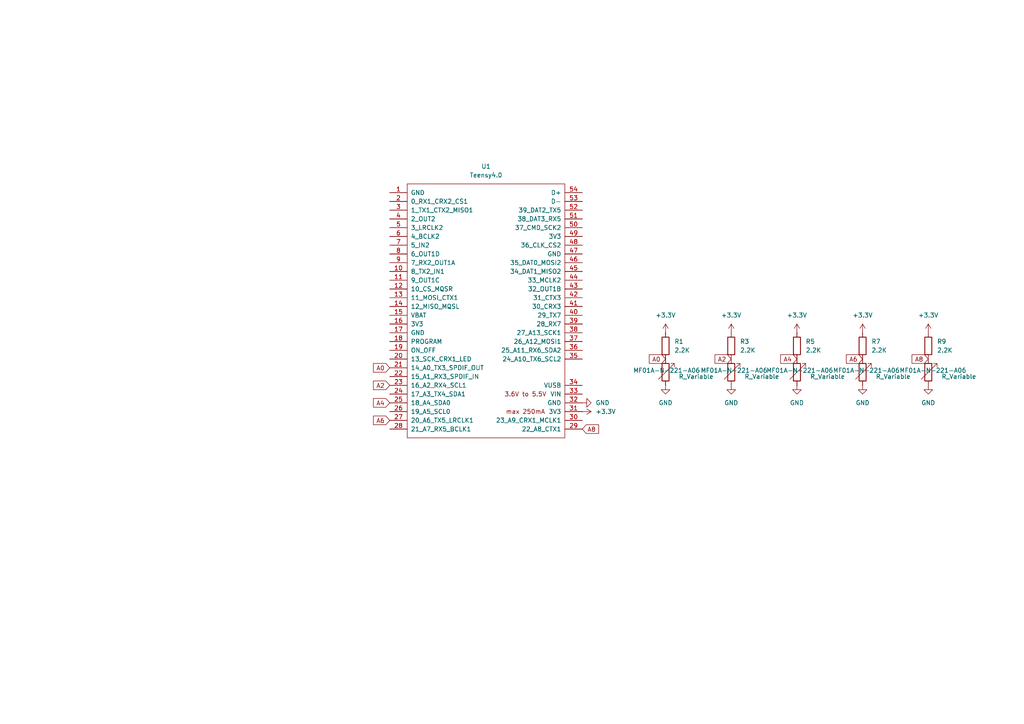
<source format=kicad_sch>
(kicad_sch (version 20231120) (generator "eeschema") (generator_version "8.0")
  (paper "A4")
  (lib_symbols
    (symbol "Device:R" (pin_numbers hide) (pin_names (offset 0))
      (property "Reference" "R" (at 2.032 0 90))
      (property "Value" "R" (at 0 0 90))
      (symbol "R_0_1"
        (rectangle (start -1.016 -2.54) (end 1.016 2.54) (stroke (width 0.254)))
      )
      (symbol "R_1_1"
        (pin passive line (at 0 3.81 270) (length 1.27) (name "~") (number "1"))
        (pin passive line (at 0 -3.81 90) (length 1.27) (name "~") (number "2"))
      )
    )
    (symbol "Device:R_Variable" (pin_numbers hide) (pin_names (offset 0))
      (property "Reference" "R" (at 2.54 -2.54 90))
      (property "Value" "R_Variable" (at -2.54 -1.27 90))
      (symbol "R_Variable_0_1"
        (rectangle (start -1.016 -2.54) (end 1.016 2.54) (stroke (width 0.254)))
        (polyline (pts (xy 2.54 1.524) (xy 2.54 2.54) (xy 1.524 2.54) (xy 2.54 2.54) (xy -2.032 -2.032)))
      )
      (symbol "R_Variable_1_1"
        (pin passive line (at 0 3.81 270) (length 1.27) (name "~") (number "1"))
        (pin passive line (at 0 -3.81 90) (length 1.27) (name "~") (number "2"))
      )
    )
    (symbol "power:+3.3V" (power) (pin_numbers hide) (pin_names (offset 0) hide)
      (property "Value" "+3.3V" (at 0 3.556 0))
      (symbol "+3.3V_0_1"
        (polyline (pts (xy -0.762 1.27) (xy 0 2.54)))
        (polyline (pts (xy 0 0) (xy 0 2.54)))
        (polyline (pts (xy 0 2.54) (xy 0.762 1.27)))
      )
      (symbol "+3.3V_1_1"
        (pin power_in line (at 0 0 90) (length 0) (name "~") (number "1"))
      )
    )
    (symbol "power:GND" (power) (pin_numbers hide) (pin_names (offset 0) hide)
      (property "Value" "GND" (at 0 -3.81 0))
      (symbol "GND_0_1"
        (polyline (pts (xy 0 0) (xy 0 -1.27) (xy 1.27 -1.27) (xy 0 -2.54) (xy -1.27 -1.27) (xy 0 -1.27)))
      )
      (symbol "GND_1_1"
        (pin power_in line (at 0 0 270) (length 0) (name "~") (number "1"))
      )
    )
    (symbol "teensy:Teensy4.0" (pin_names (offset 1.016))
      (property "Reference" "U" (at 0 39.37 0))
      (property "Value" "Teensy4.0" (at 0 -39.37 0))
      (symbol "Teensy4.0_0_0"
        (text "3.6V to 5.5V" (at 11.43 -24.13 0) (effects (font (size 1.27 1.27))))
        (text "max 250mA" (at 11.43 -29.21 0) (effects (font (size 1.27 1.27))))
        (pin bidirectional line (at -27.94 11.43 0) (length 5.08) (name "8_TX2_IN1") (number "10"))
        (pin bidirectional line (at -27.94 8.89 0) (length 5.08) (name "9_OUT1C") (number "11"))
        (pin bidirectional line (at -27.94 6.35 0) (length 5.08) (name "10_CS_MQSR") (number "12"))
        (pin bidirectional line (at -27.94 3.81 0) (length 5.08) (name "11_MOSI_CTX1") (number "13"))
        (pin bidirectional line (at -27.94 1.27 0) (length 5.08) (name "12_MISO_MQSL") (number "14"))
        (pin power_in line (at -27.94 -1.27 0) (length 5.08) (name "VBAT") (number "15"))
        (pin power_in line (at -27.94 -3.81 0) (length 5.08) (name "3V3") (number "16"))
        (pin power_in line (at -27.94 -6.35 0) (length 5.08) (name "GND") (number "17"))
        (pin input line (at -27.94 -8.89 0) (length 5.08) (name "PROGRAM") (number "18"))
        (pin input line (at -27.94 -11.43 0) (length 5.08) (name "ON_OFF") (number "19"))
        (pin bidirectional line (at -27.94 -13.97 0) (length 5.08) (name "13_SCK_CRX1_LED") (number "20"))
        (pin bidirectional line (at -27.94 -16.51 0) (length 5.08) (name "14_A0_TX3_SPDIF_OUT") (number "21"))
        (pin bidirectional line (at -27.94 -19.05 0) (length 5.08) (name "15_A1_RX3_SPDIF_IN") (number "22"))
        (pin bidirectional line (at -27.94 -21.59 0) (length 5.08) (name "16_A2_RX4_SCL1") (number "23"))
        (pin bidirectional line (at -27.94 -24.13 0) (length 5.08) (name "17_A3_TX4_SDA1") (number "24"))
        (pin bidirectional line (at -27.94 -26.67 0) (length 5.08) (name "18_A4_SDA0") (number "25"))
        (pin bidirectional line (at -27.94 -29.21 0) (length 5.08) (name "19_A5_SCL0") (number "26"))
        (pin bidirectional line (at -27.94 -31.75 0) (length 5.08) (name "20_A6_TX5_LRCLK1") (number "27"))
        (pin bidirectional line (at -27.94 -34.29 0) (length 5.08) (name "21_A7_RX5_BCLK1") (number "28"))
        (pin bidirectional line (at 27.94 -34.29 180) (length 5.08) (name "22_A8_CTX1") (number "29"))
        (pin bidirectional line (at 27.94 -31.75 180) (length 5.08) (name "23_A9_CRX1_MCLK1") (number "30"))
        (pin power_out line (at 27.94 -29.21 180) (length 5.08) (name "3V3") (number "31"))
        (pin power_in line (at 27.94 -26.67 180) (length 5.08) (name "GND") (number "32"))
        (pin power_in line (at 27.94 -24.13 180) (length 5.08) (name "VIN") (number "33"))
        (pin power_out line (at 27.94 -21.59 180) (length 5.08) (name "VUSB") (number "34"))
        (pin bidirectional line (at 27.94 -13.97 180) (length 5.08) (name "24_A10_TX6_SCL2") (number "35"))
        (pin bidirectional line (at 27.94 -11.43 180) (length 5.08) (name "25_A11_RX6_SDA2") (number "36"))
        (pin bidirectional line (at 27.94 -8.89 180) (length 5.08) (name "26_A12_MOSI1") (number "37"))
        (pin bidirectional line (at 27.94 -6.35 180) (length 5.08) (name "27_A13_SCK1") (number "38"))
        (pin bidirectional line (at 27.94 -3.81 180) (length 5.08) (name "28_RX7") (number "39"))
        (pin bidirectional line (at 27.94 -1.27 180) (length 5.08) (name "29_TX7") (number "40"))
        (pin bidirectional line (at 27.94 1.27 180) (length 5.08) (name "30_CRX3") (number "41"))
        (pin bidirectional line (at 27.94 3.81 180) (length 5.08) (name "31_CTX3") (number "42"))
        (pin bidirectional line (at 27.94 6.35 180) (length 5.08) (name "32_OUT1B") (number "43"))
        (pin bidirectional line (at 27.94 8.89 180) (length 5.08) (name "33_MCLK2") (number "44"))
        (pin bidirectional line (at 27.94 11.43 180) (length 5.08) (name "34_DAT1_MISO2") (number "45"))
        (pin bidirectional line (at 27.94 13.97 180) (length 5.08) (name "35_DAT0_MOSI2") (number "46"))
        (pin power_out line (at 27.94 16.51 180) (length 5.08) (name "GND") (number "47"))
        (pin bidirectional line (at 27.94 19.05 180) (length 5.08) (name "36_CLK_CS2") (number "48"))
        (pin power_out line (at 27.94 21.59 180) (length 5.08) (name "3V3") (number "49"))
        (pin bidirectional line (at -27.94 24.13 0) (length 5.08) (name "3_LRCLK2") (number "5"))
        (pin bidirectional line (at 27.94 24.13 180) (length 5.08) (name "37_CMD_SCK2") (number "50"))
        (pin bidirectional line (at 27.94 26.67 180) (length 5.08) (name "38_DAT3_RX5") (number "51"))
        (pin bidirectional line (at 27.94 29.21 180) (length 5.08) (name "39_DAT2_TX5") (number "52"))
        (pin bidirectional line (at 27.94 31.75 180) (length 5.08) (name "D-") (number "53"))
        (pin bidirectional line (at 27.94 34.29 180) (length 5.08) (name "D+") (number "54"))
        (pin bidirectional line (at -27.94 21.59 0) (length 5.08) (name "4_BCLK2") (number "6"))
        (pin bidirectional line (at -27.94 19.05 0) (length 5.08) (name "5_IN2") (number "7"))
        (pin bidirectional line (at -27.94 16.51 0) (length 5.08) (name "6_OUT1D") (number "8"))
        (pin bidirectional line (at -27.94 13.97 0) (length 5.08) (name "7_RX2_OUT1A") (number "9"))
      )
      (symbol "Teensy4.0_0_1"
        (rectangle (start -22.86 36.83) (end 22.86 -36.83))
        (rectangle (start -20.32 -31.75) (end -20.32 -31.75))
      )
      (symbol "Teensy4.0_1_1"
        (pin power_in line (at -27.94 34.29 0) (length 5.08) (name "GND") (number "1"))
        (pin bidirectional line (at -27.94 31.75 0) (length 5.08) (name "0_RX1_CRX2_CS1") (number "2"))
        (pin bidirectional line (at -27.94 29.21 0) (length 5.08) (name "1_TX1_CTX2_MISO1") (number "3"))
        (pin bidirectional line (at -27.94 26.67 0) (length 5.08) (name "2_OUT2") (number "4"))
      )
    )
  )
  (global_label "A8" (shape input) (at 269.24 104.14 180) (property "Intersheetrefs" "${INTERSHEET_REFS}" (effects (hide yes))))
  (global_label "A8" (shape input) (at 168.91 124.46 0) (property "Intersheetrefs" "${INTERSHEET_REFS}" (effects (hide yes))))
  (global_label "A4" (shape input) (at 113.03 116.84 180) (property "Intersheetrefs" "${INTERSHEET_REFS}" (effects (hide yes))))
  (global_label "A2" (shape input) (at 212.09 104.14 180) (property "Intersheetrefs" "${INTERSHEET_REFS}" (effects (hide yes))))
  (global_label "A0" (shape input) (at 193.04 104.14 180) (property "Intersheetrefs" "${INTERSHEET_REFS}" (effects (hide yes))))
  (global_label "A0" (shape input) (at 113.03 106.68 180) (property "Intersheetrefs" "${INTERSHEET_REFS}" (effects (hide yes))))
  (global_label "A6" (shape input) (at 113.03 121.92 180) (property "Intersheetrefs" "${INTERSHEET_REFS}" (effects (hide yes))))
  (global_label "A4" (shape input) (at 231.14 104.14 180) (property "Intersheetrefs" "${INTERSHEET_REFS}" (effects (hide yes))))
  (global_label "A2" (shape input) (at 113.03 111.76 180) (property "Intersheetrefs" "${INTERSHEET_REFS}" (effects (hide yes))))
  (global_label "A6" (shape input) (at 250.19 104.14 180) (property "Intersheetrefs" "${INTERSHEET_REFS}" (effects (hide yes))))
  (symbol (lib_id "power:+3.3V") (at 193.04 96.52 0) (unit 1)
    (property "Reference" "#PWR03" (effects (hide yes)))
    (property "Value" "+3.3V" (at 193.04 91.44 0))
    (property "Description" "Power symbol creates a global label with name \"+3.3V\"" (effects (hide yes)))
  )
  (symbol (lib_id "power:GND") (at 269.24 111.76 0) (unit 1)
    (property "Reference" "#PWR012" (effects (hide yes)))
    (property "Value" "GND" (at 269.24 116.84 0))
    (property "Description" "Power symbol creates a global label with name \"GND\" , ground" (effects (hide yes)))
  )
  (symbol (lib_id "power:+3.3V") (at 250.19 96.52 0) (unit 1)
    (property "Reference" "#PWR09" (effects (hide yes)))
    (property "Value" "+3.3V" (at 250.19 91.44 0))
    (property "Description" "Power symbol creates a global label with name \"+3.3V\"" (effects (hide yes)))
  )
  (symbol (lib_id "Device:R") (at 231.14 100.33 0) (unit 1)
    (property "Reference" "R5" (at 233.68 99.0599 0) (effects (justify left)))
    (property "Value" "2.2K" (at 233.68 101.5999 0) (effects (justify left)))
    (property "Description" "Resistor" (effects (hide yes)))
  )
  (symbol (lib_id "power:GND") (at 193.04 111.76 0) (unit 1)
    (property "Reference" "#PWR04" (effects (hide yes)))
    (property "Value" "GND" (at 193.04 116.84 0))
    (property "Description" "Power symbol creates a global label with name \"GND\" , ground" (effects (hide yes)))
  )
  (symbol (lib_id "power:+3.3V") (at 269.24 96.52 0) (unit 1)
    (property "Reference" "#PWR011" (effects (hide yes)))
    (property "Value" "+3.3V" (at 269.24 91.44 0))
    (property "Description" "Power symbol creates a global label with name \"+3.3V\"" (effects (hide yes)))
  )
  (symbol (lib_id "Device:R") (at 212.09 100.33 0) (unit 1)
    (property "Reference" "R3" (at 214.63 99.0599 0) (effects (justify left)))
    (property "Value" "2.2K" (at 214.63 101.5999 0) (effects (justify left)))
    (property "Description" "Resistor" (effects (hide yes)))
  )
  (symbol (lib_id "Device:R_Variable") (at 231.14 107.95 0) (unit 1)
    (property "Reference" "MF01A-N-221-A06" (at 222.25 107.442 0) (effects (justify left)))
    (property "Value" "R_Variable" (at 234.95 109.2199 0) (effects (justify left)))
    (property "Description" "Variable resistor" (effects (hide yes)))
  )
  (symbol (lib_id "Device:R_Variable") (at 212.09 107.95 0) (unit 1)
    (property "Reference" "MF01A-N-221-A06" (at 203.2 107.442 0) (effects (justify left)))
    (property "Value" "R_Variable" (at 215.9 109.2199 0) (effects (justify left)))
    (property "Description" "Variable resistor" (effects (hide yes)))
  )
  (symbol (lib_id "Device:R_Variable") (at 250.19 107.95 0) (unit 1)
    (property "Reference" "MF01A-N-221-A06" (at 241.554 107.442 0) (effects (justify left)))
    (property "Value" "R_Variable" (at 254 109.2199 0) (effects (justify left)))
    (property "Description" "Variable resistor" (effects (hide yes)))
  )
  (symbol (lib_id "Device:R_Variable") (at 193.04 107.95 0) (unit 1)
    (property "Reference" "MF01A-N-221-A06" (at 183.642 107.442 0) (effects (justify left)))
    (property "Value" "R_Variable" (at 196.85 109.2199 0) (effects (justify left)))
    (property "Description" "Variable resistor" (effects (hide yes)))
  )
  (symbol (lib_id "Device:R_Variable") (at 269.24 107.95 0) (unit 1)
    (property "Reference" "MF01A-N-221-A06" (at 260.858 107.442 0) (effects (justify left)))
    (property "Value" "R_Variable" (at 273.05 109.2199 0) (effects (justify left)))
    (property "Description" "Variable resistor" (effects (hide yes)))
  )
  (symbol (lib_id "Device:R") (at 193.04 100.33 0) (unit 1)
    (property "Reference" "R1" (at 195.58 99.0599 0) (effects (justify left)))
    (property "Value" "2.2K" (at 195.58 101.5999 0) (effects (justify left)))
    (property "Description" "Resistor" (effects (hide yes)))
  )
  (symbol (lib_id "power:+3.3V") (at 231.14 96.52 0) (unit 1)
    (property "Reference" "#PWR07" (effects (hide yes)))
    (property "Value" "+3.3V" (at 231.14 91.44 0))
    (property "Description" "Power symbol creates a global label with name \"+3.3V\"" (effects (hide yes)))
  )
  (symbol (lib_id "power:GND") (at 231.14 111.76 0) (unit 1)
    (property "Reference" "#PWR08" (effects (hide yes)))
    (property "Value" "GND" (at 231.14 116.84 0))
    (property "Description" "Power symbol creates a global label with name \"GND\" , ground" (effects (hide yes)))
  )
  (symbol (lib_id "power:+3.3V") (at 212.09 96.52 0) (unit 1)
    (property "Reference" "#PWR05" (effects (hide yes)))
    (property "Value" "+3.3V" (at 212.09 91.44 0))
    (property "Description" "Power symbol creates a global label with name \"+3.3V\"" (effects (hide yes)))
  )
  (symbol (lib_id "power:GND") (at 212.09 111.76 0) (unit 1)
    (property "Reference" "#PWR06" (effects (hide yes)))
    (property "Value" "GND" (at 212.09 116.84 0))
    (property "Description" "Power symbol creates a global label with name \"GND\" , ground" (effects (hide yes)))
  )
  (symbol (lib_id "Device:R") (at 269.24 100.33 0) (unit 1)
    (property "Reference" "R9" (at 271.78 99.0599 0) (effects (justify left)))
    (property "Value" "2.2K" (at 271.78 101.5999 0) (effects (justify left)))
    (property "Description" "Resistor" (effects (hide yes)))
  )
  (symbol (lib_id "power:+3.3V") (at 168.91 119.38 270) (unit 1)
    (property "Reference" "#PWR01" (effects (hide yes)))
    (property "Value" "+3.3V" (at 172.72 119.3801 90) (effects (justify left)))
    (property "Description" "Power symbol creates a global label with name \"+3.3V\"" (effects (hide yes)))
  )
  (symbol (lib_id "power:GND") (at 250.19 111.76 0) (unit 1)
    (property "Reference" "#PWR010" (effects (hide yes)))
    (property "Value" "GND" (at 250.19 116.84 0))
    (property "Description" "Power symbol creates a global label with name \"GND\" , ground" (effects (hide yes)))
  )
  (symbol (lib_id "power:GND") (at 168.91 116.84 90) (unit 1)
    (property "Reference" "#PWR02" (effects (hide yes)))
    (property "Value" "GND" (at 172.72 116.8401 90) (effects (justify right)))
    (property "Description" "Power symbol creates a global label with name \"GND\" , ground" (effects (hide yes)))
  )
  (symbol (lib_id "teensy:Teensy4.0") (at 140.97 90.17 0) (unit 1)
    (property "Reference" "U1" (at 140.97 48.26 0))
    (property "Value" "Teensy4.0" (at 140.97 50.8 0))
  )
  (symbol (lib_id "Device:R") (at 250.19 100.33 0) (unit 1)
    (property "Reference" "R7" (at 252.73 99.0599 0) (effects (justify left)))
    (property "Value" "2.2K" (at 252.73 101.5999 0) (effects (justify left)))
    (property "Description" "Resistor" (effects (hide yes)))
  )
)
</source>
